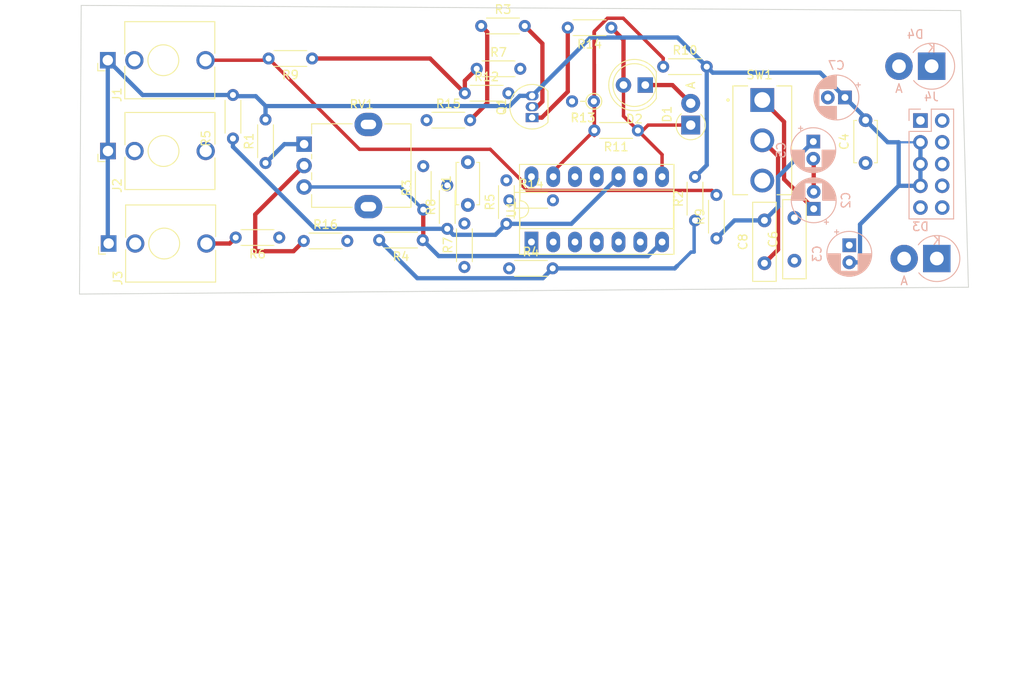
<source format=kicad_pcb>
(kicad_pcb (version 20241229) (generator "pcbnew") (generator_version "9.0")
  (layers (0 "F.Cu" signal) (2 "B.Cu" signal) (13 "F.Paste" user) (15 "B.Paste" user) (5 "F.SilkS" user "F.Silkscreen") (7 "B.SilkS" user "B.Silkscreen") (1 "F.Mask" user) (3 "B.Mask" user) (25 "Edge.Cuts" user))
  (net 0 "")
  (net 3 "Vcc")
  (net 4 "Vee")
  (net 5 "Net-(D1-A)")
  (net 6 "Net-(SW1-A)")
  (net 7 "Net-(C1-Pad2)")
  (net 8 "Net-(C2-Pad2)")
  (net 9 "Net-(SW1-C)")
  (net 10 "Net-(D1-K)")
  (net 11 "Net-(R15-Pad2)")
  (net 12 "Net-(Q1-B)")
  (net 13 "GND")
  (net 14 "Net-(U1C-+)")
  (net 15 "Net-(R13-Pad2)")
  (net 16 "Net-(Q1-C)")
  (net 17 "Net-(R1-Pad1)")
  (net 18 "Net-(J1-PadT)")
  (net 19 "Net-(U1B-+)")
  (net 20 "Net-(U1D--)")
  (net 21 "Net-(R16-Pad1)")
  (net 22 "Net-(SW1-B)")
  (net 23 "Net-(D3-A)")
  (net 24 "Net-(D4-K)")
  (net 27 "Net-(J2-PadT)")
  (net 29 "Net-(J3-PadT)")
  (footprint "Connector_Audio:Jack_3.5mm_QingPu_WQP-PJ398SM_Vertical_CircularHoles" (layer "F.Cu") (at 60.3 38.9 90)
    (property "Reference" "J3" (at -4.03 1.08 90) (layer "F.SilkS"))
    (property "Value" "PJ398SM-12 (weird)")
    (pad "S" thru_hole rect (at 0 0 270) (size 1.93 1.83) (drill 1.22) (layers "*.Cu" "*.Mask") (net 13 "GND"))
    (pad "T" thru_hole circle (at 0 11.4 270) (size 2.13 2.13) (drill 1.43) (layers "*.Cu" "*.Mask") (net 29 "Net-(J3-PadT)"))
    (pad "TN" thru_hole circle (at 0 3.1 270) (size 2.13 2.13) (drill 1.42) (layers "*.Cu" "*.Mask"))
  )
  (footprint "Resistor_THT:R_Axial_DIN0204_L3.6mm_D1.6mm_P5.08mm_Horizontal" (layer "F.Cu") (at 106.7 36.6 90)
    (property "Reference" "R5" (at 2.54 -1.92 90) (layer "F.SilkS"))
    (property "Value" "4.7kR")
    (pad "1" thru_hole circle (at 0 0 90) (size 1.4 1.4) (drill 0.7) (layers "*.Cu" "*.Mask") (net 14 "Net-(U1C-+)"))
    (pad "2" thru_hole oval (at 5.08 0 90) (size 1.4 1.4) (drill 0.7) (layers "*.Cu" "*.Mask") (net 13 "GND"))
  )
  (footprint "Resistor_THT:R_Axial_DIN0204_L3.6mm_D1.6mm_P2.54mm_Vertical" (layer "F.Cu") (at 116.9 22.3 180)
    (property "Reference" "R13" (at 1.27 -1.92 0) (layer "F.SilkS"))
    (property "Value" "100kR")
    (pad "1" thru_hole circle (at 0 0 180) (size 1.4 1.4) (drill 0.7) (layers "*.Cu" "*.Mask") (net 20 "Net-(U1D--)"))
    (pad "2" thru_hole oval (at 2.54 0 180) (size 1.4 1.4) (drill 0.7) (layers "*.Cu" "*.Mask") (net 15 "Net-(R13-Pad2)"))
  )
  (footprint "Resistor_THT:R_Axial_DIN0204_L3.6mm_D1.6mm_P5.08mm_Horizontal" (layer "F.Cu") (at 131.2 38.31 90)
    (property "Reference" "R9" (at 2.54 -1.92 90) (layer "F.SilkS"))
    (property "Value" "1kR")
    (pad "1" thru_hole circle (at 0 0 90) (size 1.4 1.4) (drill 0.7) (layers "*.Cu" "*.Mask") (net 7 "Net-(C1-Pad2)"))
    (pad "2" thru_hole oval (at 5.08 0 90) (size 1.4 1.4) (drill 0.7) (layers "*.Cu" "*.Mask") (net 18 "Net-(J1-PadT)"))
  )
  (footprint "Resistor_THT:R_Axial_DIN0204_L3.6mm_D1.6mm_P5.08mm_Horizontal" (layer "F.Cu") (at 128.7 36.2 90)
    (property "Reference" "R2" (at 2.54 -1.92 90) (layer "F.SilkS"))
    (property "Value" "2.2kR")
    (pad "1" thru_hole circle (at 0 0 90) (size 1.4 1.4) (drill 0.7) (layers "*.Cu" "*.Mask") (net 27 "Net-(J2-PadT)"))
    (pad "2" thru_hole oval (at 5.08 0 90) (size 1.4 1.4) (drill 0.7) (layers "*.Cu" "*.Mask") (net 13 "GND"))
  )
  (footprint "Resistor_THT:R_Axial_DIN0204_L3.6mm_D1.6mm_P5.08mm_Horizontal" (layer "F.Cu") (at 96.94 38.5 180)
    (property "Reference" "R4" (at 2.54 -1.92 180) (layer "F.SilkS"))
    (property "Value" "2.2kR")
    (pad "1" thru_hole circle (at 0 0 180) (size 1.4 1.4) (drill 0.7) (layers "*.Cu" "*.Mask") (net 11 "Net-(R15-Pad2)"))
    (pad "2" thru_hole oval (at 5.08 0 180) (size 1.4 1.4) (drill 0.7) (layers "*.Cu" "*.Mask") (net 27 "Net-(J2-PadT)"))
  )
  (footprint "Potentiometer_THT:Potentiometer_Alpha_RD901F-40-00D_Single_Vertical" (layer "F.Cu") (at 83.1 27.3)
    (property "Reference" "RV1" (at 6.71 -4.64 180) (layer "F.SilkS"))
    (property "Value" "R_Potentiometer")
    (pad "" thru_hole oval (at 7.5 -2.3 90) (size 2.72 3.24) (drill oval 1.1 1.8) (layers "*.Cu" "*.Mask"))
    (pad "" thru_hole oval (at 7.5 7.3 90) (size 2.72 3.24) (drill oval 1.1 1.8) (layers "*.Cu" "*.Mask"))
    (pad "1" thru_hole rect (at 0 0 90) (size 1.8 1.8) (drill 1) (layers "*.Cu" "*.Mask") (net 17 "Net-(R1-Pad1)"))
    (pad "2" thru_hole circle (at 0 2.5 90) (size 1.8 1.8) (drill 1) (layers "*.Cu" "*.Mask") (net 21 "Net-(R16-Pad1)"))
    (pad "3" thru_hole circle (at 0 5 90) (size 1.8 1.8) (drill 1) (layers "*.Cu" "*.Mask") (net 11 "Net-(R15-Pad2)"))
  )
  (footprint "Resistor_THT:R_Axial_DIN0204_L3.6mm_D1.6mm_P5.08mm_Horizontal" (layer "F.Cu") (at 101.850964 21.352995)
    (property "Reference" "R12" (at 2.54 -1.92 0) (layer "F.SilkS"))
    (property "Value" "47kR")
    (pad "1" thru_hole circle (at 0 0) (size 1.4 1.4) (drill 0.7) (layers "*.Cu" "*.Mask") (net 7 "Net-(C1-Pad2)"))
    (pad "2" thru_hole oval (at 5.08 0) (size 1.4 1.4) (drill 0.7) (layers "*.Cu" "*.Mask") (net 19 "Net-(U1B-+)"))
  )
  (footprint "Capacitor_THT:C_Disc_D9.0mm_W2.5mm_P5.00mm" (layer "F.Cu") (at 136.8 41.2 90)
    (property "Reference" "C8" (at 2.5 -2.5 90) (layer "F.SilkS"))
    (property "Value" "470pFC")
    (pad "1" thru_hole circle (at 0 0 90) (size 1.6 1.6) (drill 0.8) (layers "*.Cu" "*.Mask") (net 22 "Net-(SW1-B)"))
    (pad "2" thru_hole circle (at 5 0 90) (size 1.6 1.6) (drill 0.8) (layers "*.Cu" "*.Mask") (net 7 "Net-(C1-Pad2)"))
  )
  (footprint "Capacitor_THT:C_Disc_D9.0mm_W2.5mm_P5.00mm" (layer "F.Cu") (at 140.3 40.9 90)
    (property "Reference" "C6" (at 2.5 -2.5 90) (layer "F.SilkS"))
    (property "Value" "100nFC")
    (pad "1" thru_hole circle (at 0 0 90) (size 1.6 1.6) (drill 0.8) (layers "*.Cu" "*.Mask"))
    (pad "2" thru_hole circle (at 5 0 90) (size 1.6 1.6) (drill 0.8) (layers "*.Cu" "*.Mask"))
  )
  (footprint "Capacitor_THT:C_Disc_D4.7mm_W2.5mm_P5.00mm" (layer "F.Cu") (at 148.6 29.5 90)
    (property "Reference" "C4" (at 2.5 -2.5 90) (layer "F.SilkS"))
    (property "Value" "100nFC")
    (pad "1" thru_hole circle (at 0 0 90) (size 1.6 1.6) (drill 0.8) (layers "*.Cu" "*.Mask") (net 3 "Vcc"))
    (pad "2" thru_hole circle (at 5 0 90) (size 1.6 1.6) (drill 0.8) (layers "*.Cu" "*.Mask") (net 13 "GND"))
  )
  (footprint "Resistor_THT:R_Axial_DIN0204_L3.6mm_D1.6mm_P5.08mm_Horizontal" (layer "F.Cu") (at 97 34.95 90)
    (property "Reference" "R3" (at 2.54 -1.92 90) (layer "F.SilkS"))
    (property "Value" "4.7kR")
    (pad "1" thru_hole circle (at 0 0 90) (size 1.4 1.4) (drill 0.7) (layers "*.Cu" "*.Mask") (net 11 "Net-(R15-Pad2)"))
    (pad "2" thru_hole oval (at 5.08 0 90) (size 1.4 1.4) (drill 0.7) (layers "*.Cu" "*.Mask") (net 12 "Net-(Q1-B)"))
  )
  (footprint "Resistor_THT:R_Axial_DIN0204_L3.6mm_D1.6mm_P5.08mm_Horizontal" (layer "F.Cu") (at 84.04 17.3 180)
    (property "Reference" "R9" (at 2.54 -1.92 0) (layer "F.SilkS"))
    (property "Value" "1kR")
    (pad "1" thru_hole circle (at 0 0 180) (size 1.4 1.4) (drill 0.7) (layers "*.Cu" "*.Mask") (net 7 "Net-(C1-Pad2)"))
    (pad "2" thru_hole oval (at 5.08 0 180) (size 1.4 1.4) (drill 0.7) (layers "*.Cu" "*.Mask") (net 18 "Net-(J1-PadT)"))
  )
  (footprint "Resistor_THT:R_Axial_DIN0204_L3.6mm_D1.6mm_P5.08mm_Horizontal" (layer "F.Cu") (at 122.04 25.7 180)
    (property "Reference" "R11" (at 2.54 -1.92 0) (layer "F.SilkS"))
    (property "Value" "100kR")
    (pad "1" thru_hole circle (at 0 0 180) (size 1.4 1.4) (drill 0.7) (layers "*.Cu" "*.Mask") (net 10 "Net-(D1-K)"))
    (pad "2" thru_hole oval (at 5.08 0 180) (size 1.4 1.4) (drill 0.7) (layers "*.Cu" "*.Mask") (net 20 "Net-(U1D--)"))
  )
  (footprint "LED_THT:LED_D5.0mm" (layer "F.Cu") (at 122.9 20.4 180)
    (property "Reference" "D2" (at 1.27 -3.96 0) (layer "F.SilkS"))
    (property "Value" "LED" (hide yes))
    (pad "1" thru_hole rect (at 0 0 180) (size 1.8 1.8) (drill 0.9) (layers "*.Cu" "*.Mask") (net 5 "Net-(D1-A)"))
    (pad "2" thru_hole circle (at 2.54 0 180) (size 1.8 1.8) (drill 0.9) (layers "*.Cu" "*.Mask") (net 10 "Net-(D1-K)"))
  )
  (footprint "Resistor_THT:R_Axial_DIN0204_L3.6mm_D1.6mm_P5.08mm_Horizontal" (layer "F.Cu") (at 118.94 13.7 180)
    (property "Reference" "R14" (at 2.54 -1.92 0) (layer "F.SilkS"))
    (property "Value" "100kR")
    (pad "1" thru_hole circle (at 0 0 180) (size 1.4 1.4) (drill 0.7) (layers "*.Cu" "*.Mask") (net 10 "Net-(D1-K)"))
    (pad "2" thru_hole oval (at 5.08 0 180) (size 1.4 1.4) (drill 0.7) (layers "*.Cu" "*.Mask") (net 16 "Net-(Q1-C)"))
  )
  (footprint "Resistor_THT:R_Axial_DIN0204_L3.6mm_D1.6mm_P5.08mm_Horizontal" (layer "F.Cu") (at 83.06 38.6)
    (property "Reference" "R16" (at 2.54 -1.92 0) (layer "F.SilkS"))
    (property "Value" "100kR")
    (pad "1" thru_hole circle (at 0 0) (size 1.4 1.4) (drill 0.7) (layers "*.Cu" "*.Mask") (net 21 "Net-(R16-Pad1)"))
    (pad "2" thru_hole oval (at 5.08 0) (size 1.4 1.4) (drill 0.7) (layers "*.Cu" "*.Mask") (net 22 "Net-(SW1-B)"))
  )
  (footprint "Resistor_THT:R_Axial_DIN0204_L3.6mm_D1.6mm_P5.08mm_Horizontal" (layer "F.Cu") (at 78.6 29.5 90)
    (property "Reference" "R1" (at 2.54 -1.92 90) (layer "F.SilkS"))
    (property "Value" "100R")
    (pad "1" thru_hole circle (at 0 0 90) (size 1.4 1.4) (drill 0.7) (layers "*.Cu" "*.Mask") (net 17 "Net-(R1-Pad1)"))
    (pad "2" thru_hole oval (at 5.08 0 90) (size 1.4 1.4) (drill 0.7) (layers "*.Cu" "*.Mask") (net 13 "GND"))
  )
  (footprint "Resistor_THT:R_Axial_DIN0204_L3.6mm_D1.6mm_P5.08mm_Horizontal" (layer "F.Cu") (at 124.990964 18.252995)
    (property "Reference" "R10" (at 2.54 -1.92 0) (layer "F.SilkS"))
    (property "Value" "100kR")
    (pad "1" thru_hole circle (at 0 0) (size 1.4 1.4) (drill 0.7) (layers "*.Cu" "*.Mask") (net 20 "Net-(U1D--)"))
    (pad "2" thru_hole oval (at 5.08 0) (size 1.4 1.4) (drill 0.7) (layers "*.Cu" "*.Mask") (net 13 "GND"))
  )
  (footprint "Resistor_THT:R_Axial_DIN0204_L3.6mm_D1.6mm_P5.08mm_Horizontal" (layer "F.Cu") (at 103.24 18.5)
    (property "Reference" "R7" (at 2.54 -1.92 0) (layer "F.SilkS"))
    (property "Value" "2.2kR")
    (pad "1" thru_hole circle (at 0 0) (size 1.4 1.4) (drill 0.7) (layers "*.Cu" "*.Mask") (net 7 "Net-(C1-Pad2)"))
    (pad "2" thru_hole oval (at 5.08 0) (size 1.4 1.4) (drill 0.7) (layers "*.Cu" "*.Mask") (net 5 "Net-(D1-A)"))
  )
  (footprint "100SP1T1B4M2QE:SW_100SP1T1B4M2QE" (layer "F.Cu") (at 136.55 26.85)
    (property "Reference" "SW1" (at -0.325 -7.635 0) (layer "F.SilkS"))
    (property "Value" "SW_SPDT")
    (pad "1" thru_hole rect (at 0 -4.7) (size 2.775 2.775) (drill 1.85) (layers "*.Cu" "*.Mask") (net 6 "Net-(SW1-A)"))
    (pad "2" thru_hole circle (at 0 0) (size 2.775 2.775) (drill 1.85) (layers "*.Cu" "*.Mask") (net 22 "Net-(SW1-B)"))
    (pad "3" thru_hole circle (at 0 4.7) (size 2.775 2.775) (drill 1.85) (layers "*.Cu" "*.Mask") (net 9 "Net-(SW1-C)"))
  )
  (footprint "Connector_Audio:Jack_3.5mm_QingPu_WQP-PJ398SM_Vertical_CircularHoles" (layer "F.Cu") (at 60.22 28.1 90)
    (property "Reference" "J2" (at -4.03 1.08 270) (layer "F.SilkS"))
    (property "Value" "PJ398SM-12 (square)")
    (pad "S" thru_hole rect (at 0 0 270) (size 1.93 1.83) (drill 1.22) (layers "*.Cu" "*.Mask") (net 13 "GND"))
    (pad "T" thru_hole circle (at 0 11.4 270) (size 2.13 2.13) (drill 1.43) (layers "*.Cu" "*.Mask") (net 27 "Net-(J2-PadT)"))
    (pad "TN" thru_hole circle (at 0 3.1 270) (size 2.13 2.13) (drill 1.42) (layers "*.Cu" "*.Mask"))
  )
  (footprint "Diode_THT:D_DO-41_SOD81_P2.54mm_Vertical_AnodeUp" (layer "F.Cu") (at 128.2 25.071766 90)
    (property "Reference" "D1" (at 1.27 -2.750635 90) (layer "F.SilkS"))
    (property "Value" "1N4148")
    (fp_text user "A" (at 4.64 0 90) (layer "F.SilkS"))
    (pad "1" thru_hole rect (at 0 0 90) (size 2.2 2.2) (drill 1.1) (layers "*.Cu" "*.Mask") (net 10 "Net-(D1-K)"))
    (pad "2" thru_hole oval (at 2.54 0 90) (size 2.2 2.2) (drill 1.1) (layers "*.Cu" "*.Mask") (net 5 "Net-(D1-A)"))
  )
  (footprint "Package_DIP:DIP-14_W7.62mm_Socket_LongPads" (layer "F.Cu") (at 109.62 38.72 90)
    (property "Reference" "U1" (at 3.81 -2.33 90) (layer "F.SilkS"))
    (property "Value" "TL084")
    (pad "1" thru_hole rect (at 0 0 90) (size 2.4 1.6) (drill 0.8) (layers "*.Cu" "*.Mask") (net 7 "Net-(C1-Pad2)"))
    (pad "2" thru_hole oval (at 0 2.54 90) (size 2.4 1.6) (drill 0.8) (layers "*.Cu" "*.Mask") (net 22 "Net-(SW1-B)"))
    (pad "3" thru_hole oval (at 0 5.08 90) (size 2.4 1.6) (drill 0.8) (layers "*.Cu" "*.Mask") (net 13 "GND"))
    (pad "4" thru_hole oval (at 0 7.62 90) (size 2.4 1.6) (drill 0.8) (layers "*.Cu" "*.Mask") (net 3 "Vcc"))
    (pad "5" thru_hole oval (at 0 10.16 90) (size 2.4 1.6) (drill 0.8) (layers "*.Cu" "*.Mask") (net 19 "Net-(U1B-+)"))
    (pad "6" thru_hole oval (at 0 12.7 90) (size 2.4 1.6) (drill 0.8) (layers "*.Cu" "*.Mask") (net 13 "GND"))
    (pad "7" thru_hole oval (at 0 15.24 90) (size 2.4 1.6) (drill 0.8) (layers "*.Cu" "*.Mask") (net 11 "Net-(R15-Pad2)"))
    (pad "8" thru_hole oval (at 7.62 15.24 90) (size 2.4 1.6) (drill 0.8) (layers "*.Cu" "*.Mask") (net 10 "Net-(D1-K)"))
    (pad "9" thru_hole oval (at 7.62 12.7 90) (size 2.4 1.6) (drill 0.8) (layers "*.Cu" "*.Mask") (net 5 "Net-(D1-A)"))
    (pad "10" thru_hole oval (at 7.62 10.16 90) (size 2.4 1.6) (drill 0.8) (layers "*.Cu" "*.Mask") (net 14 "Net-(U1C-+)"))
    (pad "11" thru_hole oval (at 7.62 7.62 90) (size 2.4 1.6) (drill 0.8) (layers "*.Cu" "*.Mask") (net 4 "Vee"))
    (pad "12" thru_hole oval (at 7.62 5.08 90) (size 2.4 1.6) (drill 0.8) (layers "*.Cu" "*.Mask") (net 16 "Net-(Q1-C)"))
    (pad "13" thru_hole oval (at 7.62 2.54 90) (size 2.4 1.6) (drill 0.8) (layers "*.Cu" "*.Mask") (net 20 "Net-(U1D--)"))
    (pad "14" thru_hole oval (at 7.62 0 90) (size 2.4 1.6) (drill 0.8) (layers "*.Cu" "*.Mask") (net 15 "Net-(R13-Pad2)"))
  )
  (footprint "Resistor_THT:R_Axial_DIN0204_L3.6mm_D1.6mm_P5.08mm_Horizontal" (layer "F.Cu") (at 107.02 41.8)
    (property "Reference" "R4" (at 2.54 -1.92 0) (layer "F.SilkS"))
    (property "Value" "2.2kR")
    (pad "1" thru_hole circle (at 0 0) (size 1.4 1.4) (drill 0.7) (layers "*.Cu" "*.Mask") (net 11 "Net-(R15-Pad2)"))
    (pad "2" thru_hole oval (at 5.08 0) (size 1.4 1.4) (drill 0.7) (layers "*.Cu" "*.Mask") (net 27 "Net-(J2-PadT)"))
  )
  (footprint "Resistor_THT:R_Axial_DIN0204_L3.6mm_D1.6mm_P5.08mm_Horizontal" (layer "F.Cu") (at 74.8 26.64 90)
    (property "Reference" "R5" (at 0 -3.15 90) (layer "F.SilkS"))
    (property "Value" "4.7kR")
    (pad "1" thru_hole circle (at 0 0 90) (size 1.4 1.4) (drill 0.7) (layers "*.Cu" "*.Mask") (net 14 "Net-(U1C-+)"))
    (pad "2" thru_hole oval (at 5.08 0 90) (size 1.4 1.4) (drill 0.7) (layers "*.Cu" "*.Mask") (net 13 "GND"))
  )
  (footprint "Resistor_THT:R_Axial_DIN0204_L3.6mm_D1.6mm_P5.08mm_Horizontal" (layer "F.Cu") (at 101.8 41.64 90)
    (property "Reference" "R7" (at 2.54 -1.92 90) (layer "F.SilkS"))
    (property "Value" "2.2kR")
    (pad "1" thru_hole circle (at 0 0 90) (size 1.4 1.4) (drill 0.7) (layers "*.Cu" "*.Mask") (net 7 "Net-(C1-Pad2)"))
    (pad "2" thru_hole oval (at 5.08 0 90) (size 1.4 1.4) (drill 0.7) (layers "*.Cu" "*.Mask") (net 5 "Net-(D1-A)"))
  )
  (footprint "Resistor_THT:R_Axial_DIN0204_L3.6mm_D1.6mm_P5.08mm_Horizontal" (layer "F.Cu") (at 107.050964 33.852995)
    (property "Reference" "R14" (at 2.54 -1.92 0) (layer "F.SilkS"))
    (property "Value" "100kR")
    (pad "1" thru_hole circle (at 0 0) (size 1.4 1.4) (drill 0.7) (layers "*.Cu" "*.Mask") (net 10 "Net-(D1-K)"))
    (pad "2" thru_hole oval (at 5.08 0) (size 1.4 1.4) (drill 0.7) (layers "*.Cu" "*.Mask") (net 16 "Net-(Q1-C)"))
  )
  (footprint "Resistor_THT:R_Axial_DIN0204_L3.6mm_D1.6mm_P5.08mm_Horizontal" (layer "F.Cu") (at 80.2 38.2 180)
    (property "Reference" "R6" (at 2.54 -1.92 180) (layer "F.SilkS"))
    (property "Value" "1kR")
    (pad "1" thru_hole circle (at 0 0 180) (size 1.4 1.4) (drill 0.7) (layers "*.Cu" "*.Mask") (net 15 "Net-(R13-Pad2)"))
    (pad "2" thru_hole oval (at 5.08 0 180) (size 1.4 1.4) (drill 0.7) (layers "*.Cu" "*.Mask") (net 29 "Net-(J3-PadT)"))
  )
  (footprint "Capacitor_THT:C_Disc_D4.7mm_W2.5mm_P5.00mm" (layer "F.Cu") (at 102.2 34.4 90)
    (property "Reference" "C1" (at 2.5 -2.5 90) (layer "F.SilkS"))
    (property "Value" "100nFC")
    (pad "1" thru_hole circle (at 0 0 90) (size 1.6 1.6) (drill 0.8) (layers "*.Cu" "*.Mask") (net 9 "Net-(SW1-C)"))
    (pad "2" thru_hole circle (at 5 0 90) (size 1.6 1.6) (drill 0.8) (layers "*.Cu" "*.Mask") (net 7 "Net-(C1-Pad2)"))
  )
  (footprint "Resistor_THT:R_Axial_DIN0204_L3.6mm_D1.6mm_P2.54mm_Vertical" (layer "F.Cu") (at 116.9 22.3 180)
    (property "Reference" "R13" (at 1.27 -1.92 0) (layer "F.SilkS"))
    (property "Value" "100kR")
    (pad "1" thru_hole circle (at 0 0 180) (size 1.4 1.4) (drill 0.7) (layers "*.Cu" "*.Mask") (net 20 "Net-(U1D--)"))
    (pad "2" thru_hole oval (at 2.54 0 180) (size 1.4 1.4) (drill 0.7) (layers "*.Cu" "*.Mask") (net 15 "Net-(R13-Pad2)"))
  )
  (footprint "Resistor_THT:R_Axial_DIN0204_L3.6mm_D1.6mm_P5.08mm_Horizontal" (layer "F.Cu") (at 97.39 24.5)
    (property "Reference" "R15" (at 2.54 -1.92 0) (layer "F.SilkS"))
    (property "Value" "100kR")
    (pad "1" thru_hole circle (at 0 0) (size 1.4 1.4) (drill 0.7) (layers "*.Cu" "*.Mask") (net 19 "Net-(U1B-+)"))
    (pad "2" thru_hole oval (at 5.08 0) (size 1.4 1.4) (drill 0.7) (layers "*.Cu" "*.Mask") (net 11 "Net-(R15-Pad2)"))
  )
  (footprint "Resistor_THT:R_Axial_DIN0204_L3.6mm_D1.6mm_P5.08mm_Horizontal" (layer "F.Cu") (at 99.8 37.18 90)
    (property "Reference" "R8" (at 2.54 -1.92 90) (layer "F.SilkS"))
    (property "Value" "15kR")
    (pad "1" thru_hole circle (at 0 0 90) (size 1.4 1.4) (drill 0.7) (layers "*.Cu" "*.Mask") (net 14 "Net-(U1C-+)"))
    (pad "2" thru_hole oval (at 5.08 0 90) (size 1.4 1.4) (drill 0.7) (layers "*.Cu" "*.Mask") (net 3 "Vcc"))
  )
  (footprint "Resistor_THT:R_Axial_DIN0204_L3.6mm_D1.6mm_P5.08mm_Horizontal" (layer "F.Cu") (at 103.76 13.5)
    (property "Reference" "R3" (at 2.54 -1.92 0) (layer "F.SilkS"))
    (property "Value" "4.7kR")
    (pad "1" thru_hole circle (at 0 0) (size 1.4 1.4) (drill 0.7) (layers "*.Cu" "*.Mask") (net 11 "Net-(R15-Pad2)"))
    (pad "2" thru_hole oval (at 5.08 0) (size 1.4 1.4) (drill 0.7) (layers "*.Cu" "*.Mask") (net 12 "Net-(Q1-B)"))
  )
  (footprint "Connector_Audio:Jack_3.5mm_QingPu_WQP-PJ398SM_Vertical_CircularHoles" (layer "F.Cu") (at 60.2 17.5 90)
    (property "Reference" "J1" (at -4.03 1.08 270) (layer "F.SilkS"))
    (property "Value" "PJ398SM-12 (Tri)")
    (pad "S" thru_hole rect (at 0 0 270) (size 1.93 1.83) (drill 1.22) (layers "*.Cu" "*.Mask") (net 13 "GND"))
    (pad "T" thru_hole circle (at 0 11.4 270) (size 2.13 2.13) (drill 1.43) (layers "*.Cu" "*.Mask") (net 18 "Net-(J1-PadT)"))
    (pad "TN" thru_hole circle (at 0 3.1 270) (size 2.13 2.13) (drill 1.42) (layers "*.Cu" "*.Mask"))
  )
  (footprint "Package_TO_SOT_THT:TO-92_Inline" (layer "F.Cu") (at 109.7 24.2 90)
    (property "Reference" "Q1" (at 1.27 -3.56 90) (layer "F.SilkS"))
    (property "Value" "BC547")
    (pad "1" thru_hole rect (at 0 0 90) (size 1.05 1.5) (drill 0.75) (layers "*.Cu" "*.Mask") (net 16 "Net-(Q1-C)"))
    (pad "2" thru_hole oval (at 1.27 0 90) (size 1.05 1.5) (drill 0.75) (layers "*.Cu" "*.Mask") (net 12 "Net-(Q1-B)"))
    (pad "3" thru_hole oval (at 2.54 0 90) (size 1.05 1.5) (drill 0.75) (layers "*.Cu" "*.Mask") (net 13 "GND"))
  )
  (footprint "Capacitor_THT:CP_Radial_D5.0mm_P2.00mm" (layer "B.Cu") (at 146.194888 21.85 180)
    (property "Reference" "C7" (at 1 3.75 0) (layer "B.SilkS") (effects (justify mirror)))
    (property "Value" "10µFC_Polarized")
    (pad "1" thru_hole rect (at 0 0 180) (size 1.6 1.6) (drill 0.8) (layers "*.Cu" "*.Mask") (net 13 "GND"))
    (pad "2" thru_hole circle (at 2 0 180) (size 1.6 1.6) (drill 0.8) (layers "*.Cu" "*.Mask") (net 4 "Vee"))
  )
  (footprint "Capacitor_THT:CP_Radial_D5.0mm_P2.00mm" (layer "B.Cu") (at 146.7 39.1 -90)
    (property "Reference" "C3" (at 1 3.75 90) (layer "B.SilkS") (effects (justify mirror)))
    (property "Value" "10µFC_Polarized")
    (pad "1" thru_hole rect (at 0 0 270) (size 1.6 1.6) (drill 0.8) (layers "*.Cu" "*.Mask") (net 3 "Vcc"))
    (pad "2" thru_hole circle (at 2 0 270) (size 1.6 1.6) (drill 0.8) (layers "*.Cu" "*.Mask") (net 13 "GND"))
  )
  (footprint "Connector_PinSocket_2.54mm:PinSocket_2x05_P2.54mm_Vertical" (layer "B.Cu") (at 155 24.54 180)
    (property "Reference" "J4" (at -1.27 2.77 0) (layer "B.SilkS") (effects (justify mirror)))
    (property "Value" "Conn_02x05_Odd_Even")
    (pad "1" thru_hole rect (at 0 0 180) (size 1.7 1.7) (drill 1) (layers "*.Cu" "*.Mask") (net 23 "Net-(D3-A)"))
    (pad "2" thru_hole circle (at -2.54 0 180) (size 1.7 1.7) (drill 1) (layers "*.Cu" "*.Mask") (net 23 "Net-(D3-A)"))
    (pad "3" thru_hole circle (at 0 -2.54 180) (size 1.7 1.7) (drill 1) (layers "*.Cu" "*.Mask") (net 13 "GND"))
    (pad "4" thru_hole circle (at -2.54 -2.54 180) (size 1.7 1.7) (drill 1) (layers "*.Cu" "*.Mask") (net 13 "GND"))
    (pad "5" thru_hole circle (at 0 -5.08 180) (size 1.7 1.7) (drill 1) (layers "*.Cu" "*.Mask") (net 13 "GND"))
    (pad "6" thru_hole circle (at -2.54 -5.08 180) (size 1.7 1.7) (drill 1) (layers "*.Cu" "*.Mask") (net 13 "GND"))
    (pad "7" thru_hole circle (at 0 -7.62 180) (size 1.7 1.7) (drill 1) (layers "*.Cu" "*.Mask") (net 13 "GND"))
    (pad "8" thru_hole circle (at -2.54 -7.62 180) (size 1.7 1.7) (drill 1) (layers "*.Cu" "*.Mask") (net 13 "GND"))
    (pad "9" thru_hole circle (at 0 -10.16 180) (size 1.7 1.7) (drill 1) (layers "*.Cu" "*.Mask") (net 24 "Net-(D4-K)"))
    (pad "10" thru_hole circle (at -2.54 -10.16 180) (size 1.7 1.7) (drill 1) (layers "*.Cu" "*.Mask") (net 24 "Net-(D4-K)"))
  )
  (footprint "Capacitor_THT:CP_Radial_D5.0mm_P2.00mm" (layer "B.Cu") (at 142.5 27 -90)
    (property "Reference" "C5" (at 1 3.75 90) (layer "B.SilkS") (effects (justify mirror)))
    (property "Value" "2.2µFC_Polarized")
    (pad "1" thru_hole rect (at 0 0 270) (size 1.6 1.6) (drill 0.8) (layers "*.Cu" "*.Mask") (net 7 "Net-(C1-Pad2)"))
    (pad "2" thru_hole circle (at 2 0 270) (size 1.6 1.6) (drill 0.8) (layers "*.Cu" "*.Mask") (net 8 "Net-(C2-Pad2)"))
  )
  (footprint "Capacitor_THT:CP_Radial_D5.0mm_P2.00mm" (layer "B.Cu") (at 142.55 34.85 90)
    (property "Reference" "C2" (at 1 3.75 90) (layer "B.SilkS") (effects (justify mirror)))
    (property "Value" "2.2µFC_Polarized")
    (pad "1" thru_hole rect (at 0 0 90) (size 1.6 1.6) (drill 0.8) (layers "*.Cu" "*.Mask") (net 6 "Net-(SW1-A)"))
    (pad "2" thru_hole circle (at 2 0 90) (size 1.6 1.6) (drill 0.8) (layers "*.Cu" "*.Mask") (net 8 "Net-(C2-Pad2)"))
  )
  (footprint "Diode_THT:D_DO-201AD_P3.81mm_Vertical_AnodeUp" (layer "B.Cu") (at 156.305 18.2 180)
    (property "Reference" "D4" (at 1.905 3.72 0) (layer "B.SilkS") (effects (justify mirror)))
    (property "Value" "1N5817")
    (fp_text user "K" (at 0 2.1 0) (layer "B.SilkS") (effects (justify mirror)))
    (fp_text user "A" (at 3.81 -2.6 0) (layer "B.SilkS") (effects (justify mirror)))
    (pad "1" thru_hole rect (at 0 0 180) (size 3.2 3.2) (drill 1.6) (layers "*.Cu" "*.Mask") (net 24 "Net-(D4-K)"))
    (pad "2" thru_hole oval (at 3.81 0 180) (size 3.2 3.2) (drill 1.6) (layers "*.Cu" "*.Mask") (net 4 "Vee"))
  )
  (footprint "Diode_THT:D_DO-201AD_P3.81mm_Vertical_AnodeUp" (layer "B.Cu") (at 156.91 40.65 180)
    (property "Reference" "D3" (at 1.905 3.72 0) (layer "B.SilkS") (effects (justify mirror)))
    (property "Value" "1N5817")
    (fp_text user "A" (at 3.81 -2.6 0) (layer "B.SilkS") (effects (justify mirror)))
    (fp_text user "K" (at 0 2.1 0) (layer "B.SilkS") (effects (justify mirror)))
    (pad "1" thru_hole rect (at 0 0 180) (size 3.2 3.2) (drill 1.6) (layers "*.Cu" "*.Mask") (net 3 "Vcc"))
    (pad "2" thru_hole oval (at 3.81 0 180) (size 3.2 3.2) (drill 1.6) (layers "*.Cu" "*.Mask") (net 23 "Net-(D3-A)"))
  )
  (gr_line (start 159.7 11.7) (end 57.1 11.1) (stroke (width 0.1)) (layer "Edge.Cuts"))
  (gr_line (start 57.1 11.1) (end 56.9 44.8) (stroke (width 0.1)) (layer "Edge.Cuts"))
  (gr_line (start 56.9 44.8) (end 160.6 44) (stroke (width 0.1)) (layer "Edge.Cuts"))
  (gr_line (start 160.6 44) (end 159.7 11.7) (stroke (width 0.1)) (layer "Edge.Cuts"))
  (segment (start 126.068234 20.4) (end 128.2 22.531766) (width 0.5) (layer "F.Cu") (net 5))
  (segment (start 122.9 20.4) (end 126.068234 20.4) (width 0.5) (layer "F.Cu") (net 5))
  (segment (start 139.0895 24.6895) (end 139.0895 31.3895) (width 0.5) (layer "F.Cu") (net 6))
  (segment (start 136.55 22.15) (end 139.0895 24.6895) (width 0.5) (layer "F.Cu") (net 6))
  (segment (start 139.0895 31.3895) (end 142.55 34.85) (width 0.5) (layer "F.Cu") (net 6))
  (segment (start 97.797969 17.3) (end 101.850964 21.352995) (width 0.5) (layer "F.Cu") (net 7))
  (segment (start 84.04 17.3) (end 97.797969 17.3) (width 0.5) (layer "F.Cu") (net 7))
  (segment (start 101.850964 21.352995) (end 101.850964 19.889036) (width 0.5) (layer "F.Cu") (net 7))
  (segment (start 101.850964 19.889036) (end 103.24 18.5) (width 0.5) (layer "F.Cu") (net 7))
  (segment (start 142.5 27) (end 138.3885 31.1115) (width 0.5) (layer "B.Cu") (net 7))
  (segment (start 138.3885 31.1115) (end 138.3885 34.6115) (width 0.5) (layer "B.Cu") (net 7))
  (segment (start 138.3885 34.6115) (end 136.8 36.2) (width 0.5) (layer "B.Cu") (net 7))
  (segment (start 136.8 36.2) (end 133.31 36.2) (width 0.5) (layer "B.Cu") (net 7))
  (segment (start 133.31 36.2) (end 131.2 38.31) (width 0.5) (layer "B.Cu") (net 7))
  (segment (start 142.55 32.85) (end 142.55 29.05) (width 0.5) (layer "F.Cu") (net 8))
  (segment (start 142.55 29.05) (end 142.5 29) (width 0.5) (layer "F.Cu") (net 8))
  (segment (start 120.36 15.12) (end 120.36 20.4) (width 0.5) (layer "F.Cu") (net 10))
  (segment (start 120.36 24.02) (end 122.04 25.7) (width 0.4) (layer "F.Cu") (net 10))
  (segment (start 123.228234 25.071766) (end 128.2 25.071766) (width 0.4) (layer "F.Cu") (net 10))
  (segment (start 122.6 25.7) (end 123.228234 25.071766) (width 0.4) (layer "F.Cu") (net 10))
  (segment (start 122.04 25.7) (end 122.6 25.7) (width 0.4) (layer "F.Cu") (net 10))
  (segment (start 122.04 25.7) (end 124.86 28.52) (width 0.4) (layer "F.Cu") (net 10))
  (segment (start 120.36 20.4) (end 120.36 24.02) (width 0.4) (layer "F.Cu") (net 10))
  (segment (start 124.86 28.52) (end 124.86 31.1) (width 0.4) (layer "F.Cu") (net 10))
  (segment (start 118.94 13.7) (end 120.36 15.12) (width 0.5) (layer "F.Cu") (net 10))
  (segment (start 104.46 22.51) (end 102.47 24.5) (width 0.5) (layer "F.Cu") (net 11))
  (segment (start 97 38.44) (end 96.94 38.5) (width 0.5) (layer "F.Cu") (net 11))
  (segment (start 104.46 14.2) (end 104.46 22.51) (width 0.5) (layer "F.Cu") (net 11))
  (segment (start 103.76 13.5) (end 104.46 14.2) (width 0.5) (layer "F.Cu") (net 11))
  (segment (start 97 34.95) (end 97 38.44) (width 0.5) (layer "F.Cu") (net 11))
  (segment (start 98.761 40.321) (end 96.94 38.5) (width 0.4) (layer "B.Cu") (net 11))
  (segment (start 94.35 32.3) (end 97 34.95) (width 0.4) (layer "B.Cu") (net 11))
  (segment (start 123.209 40.371) (end 98.811 40.371) (width 0.5) (layer "B.Cu") (net 11))
  (segment (start 119.981 40.321) (end 98.761 40.321) (width 0.4) (layer "B.Cu") (net 11))
  (segment (start 124.86 38.72) (end 123.209 40.371) (width 0.5) (layer "B.Cu") (net 11))
  (segment (start 83.1 32.3) (end 94.35 32.3) (width 0.4) (layer "B.Cu") (net 11))
  (segment (start 98.811 40.371) (end 96.94 38.5) (width 0.5) (layer "B.Cu") (net 11))
  (segment (start 110.294 22.93) (end 109.7 22.93) (width 0.5) (layer "F.Cu") (net 12))
  (segment (start 108.84 13.5) (end 110.901 15.561) (width 0.5) (layer "F.Cu") (net 12))
  (segment (start 110.901 15.561) (end 110.901 22.323) (width 0.5) (layer "F.Cu") (net 12))
  (segment (start 110.901 22.323) (end 110.294 22.93) (width 0.5) (layer "F.Cu") (net 12))
  (segment (start 77.46 21.7) (end 74.94 21.7) (width 0.5) (layer "B.Cu") (net 13))
  (segment (start 74.8 21.56) (end 64.26 21.56) (width 0.5) (layer "B.Cu") (net 13))
  (segment (start 108.251719 21.66) (end 107.060719 22.851) (width 0.5) (layer "B.Cu") (net 13))
  (segment (start 152.46 32.16) (end 147.951 36.669) (width 0.5) (layer "B.Cu") (net 13))
  (segment (start 78.611 23.011) (end 78.6 23.022) (width 0.5) (layer "B.Cu") (net 13))
  (segment (start 109.7 21.66) (end 108.251719 21.66) (width 0.5) (layer "B.Cu") (net 13))
  (segment (start 148.6 24.5) (end 148.6 24.255112) (width 0.5) (layer "B.Cu") (net 13))
  (segment (start 155 32.16) (end 152.46 32.16) (width 0.5) (layer "B.Cu") (net 13))
  (segment (start 130.770964 18.952995) (end 130.070964 18.252995) (width 0.5) (layer "B.Cu") (net 13))
  (segment (start 126.668969 14.851) (end 116.509 14.851) (width 0.5) (layer "B.Cu") (net 13))
  (segment (start 130.070964 18.252995) (end 126.668969 14.851) (width 0.5) (layer "B.Cu") (net 13))
  (segment (start 152.46 27.08) (end 151.18 27.08) (width 0.5) (layer "B.Cu") (net 13))
  (segment (start 147.951 36.669) (end 147.951 40.98037) (width 0.5) (layer "B.Cu") (net 13))
  (segment (start 152.46 29.62) (end 152.46 27.08) (width 0.25) (layer "B.Cu") (net 13))
  (segment (start 152.46 27.08) (end 152.46 32.16) (width 0.5) (layer "B.Cu") (net 13))
  (segment (start 155 32.16) (end 155 27.08) (width 0.5) (layer "B.Cu") (net 13))
  (segment (start 143.297883 18.952995) (end 130.770964 18.952995) (width 0.5) (layer "B.Cu") (net 13))
  (segment (start 148.6 24.255112) (end 146.194888 21.85) (width 0.5) (layer "B.Cu") (net 13))
  (segment (start 155 27.08) (end 152.46 27.08) (width 0.25) (layer "B.Cu") (net 13))
  (segment (start 147.83137 41.1) (end 146.7 41.1) (width 0.5) (layer "B.Cu") (net 13))
  (segment (start 78.611 22.851) (end 77.46 21.7) (width 0.5) (layer "B.Cu") (net 13))
  (segment (start 60.2 38.8) (end 60.3 38.9) (width 0.5) (layer "B.Cu") (net 13))
  (segment (start 74.94 21.7) (end 74.8 21.56) (width 0.5) (layer "B.Cu") (net 13))
  (segment (start 116.509 14.851) (end 109.7 21.66) (width 0.5) (layer "B.Cu") (net 13))
  (segment (start 60.2 17.5) (end 60.2 38.8) (width 0.5) (layer "B.Cu") (net 13))
  (segment (start 151.18 27.08) (end 148.6 24.5) (width 0.5) (layer "B.Cu") (net 13))
  (segment (start 147.951 40.98037) (end 147.83137 41.1) (width 0.5) (layer "B.Cu") (net 13))
  (segment (start 78.6 23.022) (end 78.6 24.42) (width 0.5) (layer "B.Cu") (net 13))
  (segment (start 130.070964 29.749036) (end 128.7 31.12) (width 0.5) (layer "B.Cu") (net 13))
  (segment (start 78.611 22.851) (end 78.611 23.011) (width 0.5) (layer "B.Cu") (net 13))
  (segment (start 64.26 21.56) (end 60.2 17.5) (width 0.5) (layer "B.Cu") (net 13))
  (segment (start 130.070964 18.252995) (end 130.070964 29.749036) (width 0.5) (layer "B.Cu") (net 13))
  (segment (start 146.194888 21.85) (end 143.297883 18.952995) (width 0.5) (layer "B.Cu") (net 13))
  (segment (start 107.060719 22.851) (end 78.611 22.851) (width 0.5) (layer "B.Cu") (net 13))
  (segment (start 114.28 36.6) (end 119.78 31.1) (width 0.5) (layer "B.Cu") (net 14))
  (segment (start 99.8 37.18) (end 100.5 37.88) (width 0.5) (layer "B.Cu") (net 14))
  (segment (start 100.5 37.88) (end 105.42 37.88) (width 0.5) (layer "B.Cu") (net 14))
  (segment (start 106.7 36.6) (end 114.28 36.6) (width 0.5) (layer "B.Cu") (net 14))
  (segment (start 74.8 26.64) (end 74.8 27.6) (width 0.5) (layer "B.Cu") (net 14))
  (segment (start 84.38 37.18) (end 99.8 37.18) (width 0.5) (layer "B.Cu") (net 14))
  (segment (start 74.8 27.6) (end 84.38 37.18) (width 0.5) (layer "B.Cu") (net 14))
  (segment (start 105.42 37.88) (end 106.7 36.6) (width 0.5) (layer "B.Cu") (net 14))
  (segment (start 109.7 24.2) (end 110.83224 24.2) (width 0.5) (layer "F.Cu") (net 16))
  (segment (start 113.86 21.17224) (end 113.86 13.7) (width 0.5) (layer "F.Cu") (net 16))
  (segment (start 110.83224 24.2) (end 113.86 21.17224) (width 0.5) (layer "F.Cu") (net 16))
  (segment (start 78.6 29.5) (end 80.8 27.3) (width 0.5) (layer "B.Cu") (net 17))
  (segment (start 80.8 27.3) (end 83.1 27.3) (width 0.5) (layer "B.Cu") (net 17))
  (segment (start 104.819 27.9) (end 108.419 31.5) (width 0.4) (layer "F.Cu") (net 18))
  (segment (start 71.6 17.5) (end 78.76 17.5) (width 0.4) (layer "F.Cu") (net 18))
  (segment (start 108.419 31.5) (end 108.419 31.99747) (width 0.4) (layer "F.Cu") (net 18))
  (segment (start 89.56 27.9) (end 104.819 27.9) (width 0.4) (layer "F.Cu") (net 18))
  (segment (start 130.671 32.701) (end 131.2 33.23) (width 0.4) (layer "F.Cu") (net 18))
  (segment (start 109.12253 32.701) (end 130.671 32.701) (width 0.4) (layer "F.Cu") (net 18))
  (segment (start 78.96 17.3) (end 89.56 27.9) (width 0.4) (layer "F.Cu") (net 18))
  (segment (start 108.419 31.99747) (end 109.12253 32.701) (width 0.4) (layer "F.Cu") (net 18))
  (segment (start 78.76 17.5) (end 78.96 17.3) (width 0.4) (layer "F.Cu") (net 18))
  (segment (start 124.990964 18.22927) (end 124.990964 18.252995) (width 0.35) (layer "F.Cu") (net 20))
  (segment (start 116.96 18) (end 116.96 14.12295) (width 0.4) (layer "F.Cu") (net 20))
  (segment (start 116.96 25.7) (end 116.96 22.36) (width 0.35) (layer "F.Cu") (net 20))
  (segment (start 112.16 30.5) (end 112.16 31.1) (width 0.4) (layer "F.Cu") (net 20))
  (segment (start 118.494306 12.624) (end 119.385694 12.624) (width 0.35) (layer "F.Cu") (net 20))
  (segment (start 118.48395 12.599) (end 120.326918 12.599) (width 0.4) (layer "F.Cu") (net 20))
  (segment (start 116.96 25.7) (end 116.96 18) (width 0.4) (layer "F.Cu") (net 20))
  (segment (start 116.96 14.12295) (end 118.48395 12.599) (width 0.4) (layer "F.Cu") (net 20))
  (segment (start 116.9 14.218306) (end 118.494306 12.624) (width 0.35) (layer "F.Cu") (net 20))
  (segment (start 116.96 18) (end 116.96 26.3) (width 0.4) (layer "F.Cu") (net 20))
  (segment (start 124.990964 17.263046) (end 124.990964 18.252995) (width 0.4) (layer "F.Cu") (net 20))
  (segment (start 116.96 22.36) (end 116.9 22.3) (width 0.35) (layer "F.Cu") (net 20))
  (segment (start 116.96 25.7) (end 112.16 30.5) (width 0.4) (layer "F.Cu") (net 20))
  (segment (start 116.9 22.3) (end 116.9 14.218306) (width 0.35) (layer "F.Cu") (net 20))
  (segment (start 120.326918 12.599) (end 124.990964 17.263046) (width 0.4) (layer "F.Cu") (net 20))
  (segment (start 77.4 35.5) (end 83.1 29.8) (width 0.5) (layer "F.Cu") (net 21))
  (segment (start 83.06 38.6) (end 81.86 39.8) (width 0.5) (layer "F.Cu") (net 21))
  (segment (start 77.4 39.8) (end 77.4 35.5) (width 0.5) (layer "F.Cu") (net 21))
  (segment (start 81.86 39.8) (end 77.4 39.8) (width 0.5) (layer "F.Cu") (net 21))
  (segment (start 138.3885 39.6115) (end 136.8 41.2) (width 0.5) (layer "F.Cu") (net 22))
  (segment (start 138.3885 28.6885) (end 138.3885 39.6115) (width 0.5) (layer "F.Cu") (net 22))
  (segment (start 136.55 26.85) (end 138.3885 28.6885) (width 0.5) (layer "F.Cu") (net 22))
  (segment (start 96.311 42.951) (end 91.86 38.5) (width 0.5) (layer "B.Cu") (net 27))
  (segment (start 126.62 41.52) (end 128.24 39.9) (width 0.4) (layer "B.Cu") (net 27))
  (segment (start 128.6 39.9) (end 128.6 36.32) (width 0.4) (layer "B.Cu") (net 27))
  (segment (start 110.949 42.951) (end 96.311 42.951) (width 0.5) (layer "B.Cu") (net 27))
  (segment (start 128.24 39.9) (end 128.6 39.9) (width 0.4) (layer "B.Cu") (net 27))
  (segment (start 126.44 41.7) (end 126.62 41.52) (width 0.4) (layer "B.Cu") (net 27))
  (segment (start 112.1 41.8) (end 110.949 42.951) (width 0.5) (layer "B.Cu") (net 27))
  (segment (start 126.62 41.52) (end 126.34 41.8) (width 0.5) (layer "B.Cu") (net 27))
  (segment (start 126.34 41.8) (end 112.1 41.8) (width 0.5) (layer "B.Cu") (net 27))
  (segment (start 71.7 38.9) (end 74.42 38.9) (width 0.5) (layer "F.Cu") (net 29))
  (segment (start 74.42 38.9) (end 75.12 38.2) (width 0.5) (layer "F.Cu") (net 29))
)
</source>
